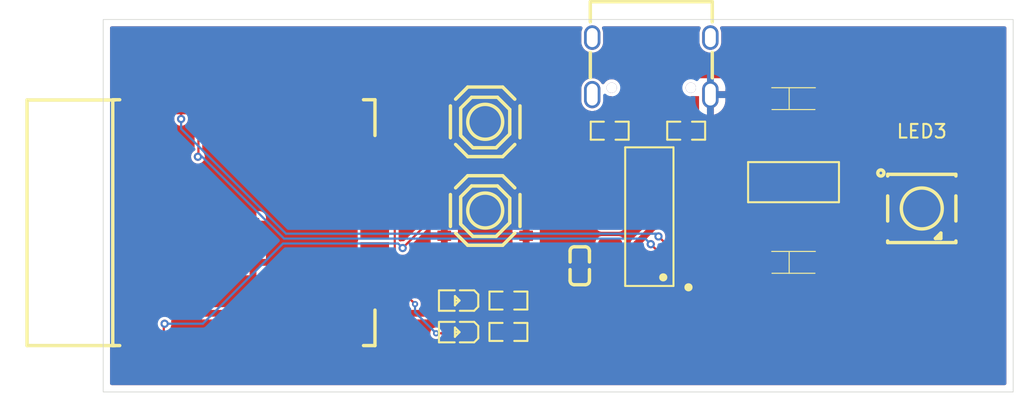
<source format=kicad_pcb>
(kicad_pcb (version 20240108) (generator "pcbnew") (generator_version "8.0")
  (layers (0 "F.Cu" signal) (31 "B.Cu" signal) (34 "B.Paste" user) (35 "F.Paste" user) (36 "B.SilkS" user "B.Silkscreen") (37 "F.SilkS" user "F.Silkscreen") (38 "B.Mask" user) (39 "F.Mask" user) (44 "Edge.Cuts" user))
  (net 0 "")
  (net 1 "/3V3")
  (net 2 "GND")
  (net 3 "/5V")
  (net 4 "Net-(LED1-K)")
  (net 5 "/ESP_LED")
  (net 6 "Net-(LED2-K)")
  (net 7 "Net-(USBC1-CC2)")
  (net 8 "Net-(USBC1-CC1)")
  (net 9 "/ESP_TXD")
  (net 10 "/USB_P")
  (net 11 "/ESP_RXD")
  (net 20 "/USB_N")
  (net 46 "/ESP_EN")
  (net 48 "/ESP_PROG")
  (footprint "easyeda2kicad:SOT-223-3_L6.5-W3.4-P2.30-LS7.0-BR" (layer "F.Cu") (at 132.388 60.463 90)
    (property "Reference" "U2" (hide yes))
    (property "Value" "AMS1117-3.3" (hide yes))
    (fp_line (start 1.37 -3.33) (end 1.37 3.33) (stroke (width 0.15)) (layer "F.SilkS"))
    (fp_line (start -1.57 -3.33) (end 1.37 -3.33) (stroke (width 0.15)) (layer "F.SilkS"))
    (fp_line (start 1.37 3.33) (end -1.57 3.33) (stroke (width 0.15)) (layer "F.SilkS"))
    (fp_line (start -1.57 3.33) (end -1.57 -3.33) (stroke (width 0.15)) (layer "F.SilkS"))
    (pad "1" smd rect (at 2.97 2.3 90) (size 2.5 1.1) (layers "F.Cu" "F.Paste" "F.Mask") (net 2 "GND"))
    (pad "2" smd rect (at 2.97 0 90) (size 2.5 1.1) (layers "F.Cu" "F.Paste" "F.Mask") (net 1 "/3V3"))
    (pad "3" smd rect (at 2.97 -2.3 90) (size 2.5 1.1) (layers "F.Cu" "F.Paste" "F.Mask") (net 3 "/5V"))
    (pad "4" smd rect (at -2.97 0 90) (size 2.34 3.6) (layers "F.Cu" "F.Paste" "F.Mask") (net 1 "/3V3"))
  )
  (footprint "easyeda2kicad:USB-C_SMD-TYPE-C-31-M-12" (layer "F.Cu") (at 121.962 52.4365 180)
    (property "Reference" "USBC1" (hide yes))
    (property "Value" "TYPE-C-31-M-12" (hide yes))
    (fp_line (start 4.47 5.1) (end 4.47 3.62) (stroke (width 0.25)) (layer "F.SilkS"))
    (fp_line (start 4.47 5.1) (end -4.47 5.1) (stroke (width 0.25)) (layer "F.SilkS"))
    (fp_line (start 4.47 1.38) (end 4.47 -0.48) (stroke (width 0.25)) (layer "F.SilkS"))
    (fp_line (start -4.47 5.1) (end -4.47 3.62) (stroke (width 0.25)) (layer "F.SilkS"))
    (fp_line (start -4.47 1.38) (end -4.47 -0.48) (stroke (width 0.25)) (layer "F.SilkS"))
    (pad "" thru_hole circle (at -2.9 -1.21 180) (size 0.75 0.75) (drill 0.75) (layers "*.Cu" "*.Mask"))
    (pad "" thru_hole circle (at 2.9 -1.21 180) (size 0.75 0.75) (drill 0.75) (layers "*.Cu" "*.Mask"))
    (pad "0" thru_hole oval (at -4.33 -1.71 180) (size 1.2 2) (drill oval 0.799998 1.600022) (layers "*.Cu" "*.Mask") (net 2 "GND"))
    (pad "1" thru_hole oval (at 4.33 -1.71 180) (size 1.2 2) (drill oval 0.799998 1.599971) (layers "*.Cu" "*.Mask"))
    (pad "2" thru_hole oval (at 4.33 2.47 180) (size 1.2 1.8) (drill oval 0.799998 1.399997) (layers "*.Cu" "*.Mask"))
    (pad "3" thru_hole oval (at -4.33 2.47 180) (size 1.2 1.8) (drill oval 0.799998 1.399997) (layers "*.Cu" "*.Mask"))
    (pad "A1" smd rect (at -3.35 -2.47 180) (size 0.3 1.3) (layers "F.Cu" "F.Paste" "F.Mask") (net 2 "GND"))
    (pad "A4" smd rect (at -2.55 -2.47 180) (size 0.3 1.3) (layers "F.Cu" "F.Paste" "F.Mask") (net 3 "/5V"))
    (pad "A5" smd rect (at -1.25 -2.47 180) (size 0.3 1.3) (layers "F.Cu" "F.Paste" "F.Mask") (net 8 "Net-(USBC1-CC1)"))
    (pad "A6" smd rect (at -0.25 -2.47 180) (size 0.3 1.3) (layers "F.Cu" "F.Paste" "F.Mask") (net 10 "/USB_P"))
    (pad "A7" smd rect (at 0.25 -2.47 180) (size 0.3 1.3) (layers "F.Cu" "F.Paste" "F.Mask") (net 20 "/USB_N"))
    (pad "A8" smd rect (at 1.25 -2.47 180) (size 0.3 1.3) (layers "F.Cu" "F.Paste" "F.Mask"))
    (pad "A9" smd rect (at 2.55 -2.47 180) (size 0.3 1.3) (layers "F.Cu" "F.Paste" "F.Mask") (net 3 "/5V"))
    (pad "A12" smd rect (at 3.35 -2.47 180) (size 0.3 1.3) (layers "F.Cu" "F.Paste" "F.Mask") (net 2 "GND"))
    (pad "B1" smd rect (at 3.05 -2.47 180) (size 0.3 1.3) (layers "F.Cu" "F.Paste" "F.Mask") (net 2 "GND"))
    (pad "B4" smd rect (at 2.25 -2.47 180) (size 0.3 1.3) (layers "F.Cu" "F.Paste" "F.Mask") (net 3 "/5V"))
    (pad "B5" smd rect (at 1.75 -2.47 180) (size 0.3 1.3) (layers "F.Cu" "F.Paste" "F.Mask") (net 7 "Net-(USBC1-CC2)"))
    (pad "B6" smd rect (at 0.75 -2.47 180) (size 0.3 1.3) (layers "F.Cu" "F.Paste" "F.Mask") (net 10 "/USB_P"))
    (pad "B7" smd rect (at -0.75 -2.47 180) (size 0.3 1.3) (layers "F.Cu" "F.Paste" "F.Mask") (net 20 "/USB_N"))
    (pad "B8" smd rect (at -1.75 -2.47 180) (size 0.3 1.3) (layers "F.Cu" "F.Paste" "F.Mask"))
    (pad "B9" smd rect (at -2.25 -2.47 180) (size 0.3 1.3) (layers "F.Cu" "F.Paste" "F.Mask") (net 3 "/5V"))
    (pad "B12" smd rect (at -3.05 -2.47 180) (size 0.3 1.3) (layers "F.Cu" "F.Paste" "F.Mask") (net 2 "GND"))
  )
  (footprint "easyeda2kicad:C0603" (layer "F.Cu") (at 116.718 66.691 -90)
    (property "Reference" "C1" (hide yes))
    (property "Value" "0.1u" (hide yes))
    (fp_line (start -0.28 0.71) (end -1.08 0.71) (stroke (width 0.25)) (layer "F.SilkS"))
    (fp_line (start 0.28 0.71) (end 1.08 0.71) (stroke (width 0.25)) (layer "F.SilkS"))
    (fp_line (start -1.39 0.4) (end -1.39 -0.4) (stroke (width 0.25)) (layer "F.SilkS"))
    (fp_line (start 1.39 -0.4) (end 1.39 0.4) (stroke (width 0.25)) (layer "F.SilkS"))
    (fp_line (start -0.28 -0.71) (end -1.08 -0.71) (stroke (width 0.25)) (layer "F.SilkS"))
    (fp_line (start 0.28 -0.71) (end 1.08 -0.71) (stroke (width 0.25)) (layer "F.SilkS"))
    (fp_arc (start -1.08 0.71) (mid -1.299203 0.619203) (end -1.39 0.4) (stroke (width 0.25)) (layer "F.SilkS"))
    (fp_arc (start 1.39 0.4) (mid 1.299203 0.619203) (end 1.08 0.71) (stroke (width 0.25)) (layer "F.SilkS"))
    (fp_arc (start -1.39 -0.4) (mid -1.299203 -0.619203) (end -1.08 -0.71) (stroke (width 0.25)) (layer "F.SilkS"))
    (fp_arc (start 1.08 -0.71) (mid 1.299203 -0.619203) (end 1.39 -0.4) (stroke (width 0.25)) (layer "F.SilkS"))
    (pad "1" smd rect (at -0.7 0 270) (size 0.8 0.9) (layers "F.Cu" "F.Paste" "F.Mask") (net 2 "GND"))
    (pad "2" smd rect (at 0.7 0 270) (size 0.8 0.9) (layers "F.Cu" "F.Paste" "F.Mask") (net 1 "/3V3"))
  )
  (footprint "easyeda2kicad:WIFI-SMD_ESP32-WROOM-32E" (layer "F.Cu") (at 92.688 63.541)
    (property "Reference" "U3" (hide yes))
    (property "Value" "ESP32-WROOM-32E(8MB)" (hide yes))
    (fp_line (start -16.48 -9) (end -16.48 9) (stroke (width 0.25)) (layer "F.SilkS"))
    (fp_line (start -16.48 -9) (end -10.02 -9) (stroke (width 0.25)) (layer "F.SilkS"))
    (fp_line (start -16.48 9) (end -10.03 9) (stroke (width 0.25)) (layer "F.SilkS"))
    (fp_line (start -10.2 -9) (end -10.2 9) (stroke (width 0.25)) (layer "F.SilkS"))
    (fp_line (start -10.2 9) (end -9.69 9) (stroke (width 0.25)) (layer "F.SilkS"))
    (fp_line (start -9.69 -9.02) (end -10.2 -9.02) (stroke (width 0.25)) (layer "F.SilkS"))
    (fp_line (start 8.18 9) (end 9.02 9) (stroke (width 0.25)) (layer "F.SilkS"))
    (fp_line (start 9.02 -9.02) (end 8.18 -9.02) (stroke (width 0.25)) (layer "F.SilkS"))
    (fp_line (start 9.02 -6.4) (end 9.02 -9.02) (stroke (width 0.25)) (layer "F.SilkS"))
    (fp_line (start 9.02 9) (end 9.02 6.4) (stroke (width 0.25)) (layer "F.SilkS"))
    (pad "1" smd rect (at -9 9) (size 0.95 2.1) (layers "F.Cu" "F.Paste" "F.Mask") (net 2 "GND"))
    (pad "2" smd rect (at -7.73 9) (size 0.95 2.1) (layers "F.Cu" "F.Paste" "F.Mask") (net 1 "/3V3"))
    (pad "3" smd rect (at -6.46 9) (size 0.95 2.1) (layers "F.Cu" "F.Paste" "F.Mask") (net 46 "/ESP_EN"))
    (pad "4" smd rect (at -5.19 9) (size 0.95 2.1) (layers "F.Cu" "F.Paste" "F.Mask"))
    (pad "5" smd rect (at -3.92 9) (size 0.95 2.1) (layers "F.Cu" "F.Paste" "F.Mask"))
    (pad "6" smd rect (at -2.65 9) (size 0.95 2.1) (layers "F.Cu" "F.Paste" "F.Mask"))
    (pad "7" smd rect (at -1.38 9) (size 0.95 2.1) (layers "F.Cu" "F.Paste" "F.Mask"))
    (pad "8" smd rect (at -0.11 9) (size 0.95 2.1) (layers "F.Cu" "F.Paste" "F.Mask"))
    (pad "9" smd rect (at 1.16 9) (size 0.95 2.1) (layers "F.Cu" "F.Paste" "F.Mask"))
    (pad "10" smd rect (at 2.43 9) (size 0.95 2.1) (layers "F.Cu" "F.Paste" "F.Mask"))
    (pad "11" smd rect (at 3.7 9) (size 0.95 2.1) (layers "F.Cu" "F.Paste" "F.Mask"))
    (pad "12" smd rect (at 4.97 9) (size 0.95 2.1) (layers "F.Cu" "F.Paste" "F.Mask"))
    (pad "13" smd rect (at 6.24 9) (size 0.95 2.1) (layers "F.Cu" "F.Paste" "F.Mask"))
    (pad "14" smd rect (at 7.51 9) (size 0.95 2.1) (layers "F.Cu" "F.Paste" "F.Mask"))
    (pad "15" smd rect (at 9 5.71) (size 2.1 0.95) (layers "F.Cu" "F.Paste" "F.Mask") (net 2 "GND"))
    (pad "16" smd rect (at 9 4.44) (size 2.1 0.95) (layers "F.Cu" "F.Paste" "F.Mask"))
    (pad "17" smd rect (at 9 3.17) (size 2.1 0.95) (layers "F.Cu" "F.Paste" "F.Mask"))
    (pad "18" smd rect (at 9 1.9) (size 2.1 0.95) (layers "F.Cu" "F.Paste" "F.Mask"))
    (pad "19" smd rect (at 9 0.63) (size 2.1 0.95) (layers "F.Cu" "F.Paste" "F.Mask"))
    (pad "20" smd rect (at 9 -0.64) (size 2.1 0.95) (layers "F.Cu" "F.Paste" "F.Mask"))
    (pad "21" smd rect (at 9 -1.91) (size 2.1 0.95) (layers "F.Cu" "F.Paste" "F.Mask"))
    (pad "22" smd rect (at 9 -3.18) (size 2.1 0.95) (layers "F.Cu" "F.Paste" "F.Mask"))
    (pad "23" smd rect (at 9 -4.45) (size 2.1 0.95) (layers "F.Cu" "F.Paste" "F.Mask"))
    (pad "24" smd rect (at 9 -5.72) (size 2.1 0.95) (layers "F.Cu" "F.Paste" "F.Mask") (net 5 "/ESP_LED"))
    (pad "25" smd rect (at 7.51 -9) (size 0.95 2.1) (layers "F.Cu" "F.Paste" "F.Mask") (net 48 "/ESP_PROG"))
    (pad "26" smd rect (at 6.24 -9) (size 0.95 2.1) (layers "F.Cu" "F.Paste" "F.Mask"))
    (pad "27" smd rect (at 4.97 -9) (size 0.95 2.1) (layers "F.Cu" "F.Paste" "F.Mask"))
    (pad "28" smd rect (at 3.7 -9) (size 0.95 2.1) (layers "F.Cu" "F.Paste" "F.Mask"))
    (pad "29" smd rect (at 2.43 -9) (size 0.95 2.1) (layers "F.Cu" "F.Paste" "F.Mask"))
    (pad "30" smd rect (at 1.16 -9) (size 0.95 2.1) (layers "F.Cu" "F.Paste" "F.Mask"))
    (pad "31" smd rect (at -0.11 -9) (size 0.95 2.1) (layers "F.Cu" "F.Paste" "F.Mask"))
    (pad "32" smd rect (at -1.38 -9) (size 0.95 2.1) (layers "F.Cu" "F.Paste" "F.Mask"))
    (pad "33" smd rect (at -2.65 -9) (size 0.95 2.1) (layers "F.Cu" "F.Paste" "F.Mask"))
    (pad "34" smd rect (at -3.92 -9) (size 0.95 2.1) (layers "F.Cu" "F.Paste" "F.Mask") (net 11 "/ESP_RXD"))
    (pad "35" smd rect (at -5.19 -9) (size 0.95 2.1) (layers "F.Cu" "F.Paste" "F.Mask") (net 9 "/ESP_TXD"))
    (pad "36" smd rect (at -6.46 -9) (size 0.95 2.1) (layers "F.Cu" "F.Paste" "F.Mask"))
    (pad "37" smd rect (at -7.73 -9) (size 0.95 2.1) (layers "F.Cu" "F.Paste" "F.Mask"))
    (pad "38" smd rect (at -9 -9) (size 0.95 2.1) (layers "F.Cu" "F.Paste" "F.Mask") (net 2 "GND"))
    (pad "39" smd rect (at -2.72 0.1 180) (size 0.9 0.9) (layers "F.Cu" "F.Paste" "F.Mask") (net 2 "GND"))
    (pad "39" smd rect (at -2.72 1.5 180) (size 0.9 0.9) (layers "F.Cu" "F.Paste" "F.Mask") (net 2 "GND"))
    (pad "39" smd rect (at -2.72 2.9 180) (size 0.9 0.9) (layers "F.Cu" "F.Paste" "F.Mask") (net 2 "GND"))
    (pad "39" smd rect (at -1.32 0.1 180) (size 0.9 0.9) (layers "F.Cu" "F.Paste" "F.Mask") (net 2 "GND"))
    (pad "39" smd rect (at -1.32 1.5 180) (size 0.9 0.9) (layers "F.Cu" "F.Paste" "F.Mask") (net 2 "GND"))
    (pad "39" smd rect (at -1.32 2.9 180) (size 0.9 0.9) (layers "F.Cu" "F.Paste" "F.Mask") (net 2 "GND"))
    (pad "39" smd rect (at 0.08 0.1 180) (size 0.9 0.9) (layers "F.Cu" "F.Paste" "F.Mask") (net 2 "GND"))
    (pad "39" smd rect (at 0.08 1.5 180) (size 0.9 0.9) (layers "F.Cu" "F.Paste" "F.Mask") (net 2 "GND"))
    (pad "39" smd rect (at 0.08 2.9 180) (size 0.9 0.9) (layers "F.Cu" "F.Paste" "F.Mask") (net 2 "GND"))
  )
  (footprint "easyeda2kicad:CASE-A_3216" (layer "F.Cu") (at 132.388 66.441)
    (property "Reference" "C3" (hide yes))
    (property "Value" "22u (Tantalum)" (hide yes))
    (fp_line (start -1.6 -0.8) (end 1.6 -0.8) (stroke (width 0.08)) (layer "F.SilkS"))
    (fp_line (start -1.58 0.8) (end 1.57 0.8) (stroke (width 0.08)) (layer "F.SilkS"))
    (fp_line (start -0.32 0.8) (end -0.32 -0.8) (stroke (width 0.08)) (layer "F.SilkS"))
    (pad "1" smd rect (at -1.2 0) (size 1.5 1.36) (layers "F.Cu" "F.Paste" "F.Mask") (net 1 "/3V3"))
    (pad "2" smd rect (at 1.2 0) (size 1.5 1.36) (layers "F.Cu" "F.Paste" "F.Mask") (net 2 "GND"))
  )
  (footprint "easyeda2kicad:R0603" (layer "F.Cu") (at 111.488 71.541 180)
    (property "Reference" "R3" (hide yes))
    (property "Value" "100" (hide yes))
    (fp_line (start 1.39 0.66) (end 1.39 -0.66) (stroke (width 0.15)) (layer "F.SilkS"))
    (fp_line (start 1.39 -0.66) (end 0.43 -0.66) (stroke (width 0.15)) (layer "F.SilkS"))
    (fp_line (start 0.43 0.66) (end 1.39 0.66) (stroke (width 0.15)) (layer "F.SilkS"))
    (fp_line (start -0.43 0.66) (end -1.39 0.66) (stroke (width 0.15)) (layer "F.SilkS"))
    (fp_line (start -1.39 0.66) (end -1.39 -0.66) (stroke (width 0.15)) (layer "F.SilkS"))
    (fp_line (start -1.39 -0.66) (end -0.43 -0.66) (stroke (width 0.15)) (layer "F.SilkS"))
    (pad "1" smd rect (at -0.75 0 180) (size 0.81 0.86) (layers "F.Cu" "F.Paste" "F.Mask") (net 2 "GND"))
    (pad "2" smd rect (at 0.75 0 180) (size 0.81 0.86) (layers "F.Cu" "F.Paste" "F.Mask") (net 4 "Net-(LED1-K)"))
  )
  (footprint "easyeda2kicad:SOP-16_L10.0-W3.9-P1.27-LS6.0-BL" (layer "F.Cu") (at 121.818 63.091 90)
    (property "Reference" "U1" (hide yes))
    (property "Value" "CH340C_C7464026" (hide yes))
    (fp_line (start 5.08 -1.77) (end 5.08 1.77) (stroke (width 0.15)) (layer "F.SilkS"))
    (fp_line (start -5.08 -1.77) (end 5.08 -1.77) (stroke (width 0.15)) (layer "F.SilkS"))
    (fp_line (start 5.08 1.77) (end -5.08 1.77) (stroke (width 0.15)) (layer "F.SilkS"))
    (fp_line (start -5.08 1.77) (end -5.08 -1.77) (stroke (width 0.15)) (layer "F.SilkS"))
    (fp_circle (center -4.45 1.02) (end -4.3 1.02) (stroke (width 0.3)) (fill none) (layer "F.SilkS"))
    (fp_circle (center -5.18 2.87) (end -5.03 2.87) (stroke (width 0.3)) (fill none) (layer "F.SilkS"))
    (pad "1" smd oval (at -4.45 2.87 90) (size 0.56 1.75) (layers "F.Cu" "F.Paste" "F.Mask") (net 2 "GND"))
    (pad "2" smd oval (at -3.18 2.87 90) (size 0.56 1.75) (layers "F.Cu" "F.Paste" "F.Mask") (net 11 "/ESP_RXD"))
    (pad "3" smd oval (at -1.91 2.87 90) (size 0.56 1.75) (layers "F.Cu" "F.Paste" "F.Mask") (net 9 "/ESP_TXD"))
    (pad "4" smd oval (at -0.63 2.87 90) (size 0.56 1.75) (layers "F.Cu" "F.Paste" "F.Mask") (net 1 "/3V3"))
    (pad "5" smd oval (at 0.63 2.87 90) (size 0.56 1.75) (layers "F.Cu" "F.Paste" "F.Mask") (net 10 "/USB_P"))
    (pad "6" smd oval (at 1.9 2.87 90) (size 0.56 1.75) (layers "F.Cu" "F.Paste" "F.Mask") (net 20 "/USB_N"))
    (pad "7" smd oval (at 3.17 2.87 90) (size 0.56 1.75) (layers "F.Cu" "F.Paste" "F.Mask"))
    (pad "8" smd oval (at 4.44 2.87 90) (size 0.56 1.75) (layers "F.Cu" "F.Paste" "F.Mask"))
    (pad "9" smd oval (at 4.44 -2.87 90) (size 0.56 1.75) (layers "F.Cu" "F.Paste" "F.Mask"))
    (pad "10" smd oval (at 3.17 -2.87 90) (size 0.56 1.75) (layers "F.Cu" "F.Paste" "F.Mask"))
    (pad "11" smd oval (at 1.9 -2.87 90) (size 0.56 1.75) (layers "F.Cu" "F.Paste" "F.Mask"))
    (pad "12" smd oval (at 0.63 -2.87 90) (size 0.56 1.75) (layers "F.Cu" "F.Paste" "F.Mask"))
    (pad "13" smd oval (at -0.63 -2.87 90) (size 0.56 1.75) (layers "F.Cu" "F.Paste" "F.Mask"))
    (pad "14" smd oval (at -1.91 -2.87 90) (size 0.56 1.75) (layers "F.Cu" "F.Paste" "F.Mask"))
    (pad "15" smd oval (at -3.18 -2.87 90) (size 0.56 1.75) (layers "F.Cu" "F.Paste" "F.Mask"))
    (pad "16" smd oval (at -4.45 -2.87 90) (size 0.56 1.75) (layers "F.Cu" "F.Paste" "F.Mask") (net 1 "/3V3"))
  )
  (footprint "easyeda2kicad:R0603" (layer "F.Cu") (at 118.914 56.791)
    (property "Reference" "R1" (hide yes))
    (property "Value" "5k1" (hide yes))
    (fp_line (start -1.39 -0.66) (end -0.43 -0.66) (stroke (width 0.15)) (layer "F.SilkS"))
    (fp_line (start -1.39 0.66) (end -1.39 -0.66) (stroke (width 0.15)) (layer "F.SilkS"))
    (fp_line (start -0.43 0.66) (end -1.39 0.66) (stroke (width 0.15)) (layer "F.SilkS"))
    (fp_line (start 0.43 0.66) (end 1.39 0.66) (stroke (width 0.15)) (layer "F.SilkS"))
    (fp_line (start 1.39 -0.66) (end 0.43 -0.66) (stroke (width 0.15)) (layer "F.SilkS"))
    (fp_line (start 1.39 0.66) (end 1.39 -0.66) (stroke (width 0.15)) (layer "F.SilkS"))
    (pad "1" smd rect (at -0.75 0) (size 0.81 0.86) (layers "F.Cu" "F.Paste" "F.Mask") (net 2 "GND"))
    (pad "2" smd rect (at 0.75 0) (size 0.81 0.86) (layers "F.Cu" "F.Paste" "F.Mask") (net 7 "Net-(USBC1-CC2)"))
  )
  (footprint "easyeda2kicad:SW-SMD_4P-L5.1-W5.1-P3.70-LS6.5-TL_H1.5" (layer "F.Cu") (at 109.788 62.641)
    (property "Reference" "SW2" (hide yes))
    (property "Value" "TS-1187A-B-A-B" (hide yes))
    (fp_line (start -2.55 -1.17) (end -2.55 1.17) (stroke (width 0.25)) (layer "F.SilkS"))
    (fp_line (start -2.17 1.66) (end -1.28 2.55) (stroke (width 0.25)) (layer "F.SilkS"))
    (fp_line (start -1.8 -1) (end -1 -1.8) (stroke (width 0.25)) (layer "F.SilkS"))
    (fp_line (start -1.8 1) (end -1.8 -1) (stroke (width 0.25)) (layer "F.SilkS"))
    (fp_line (start -1.28 -2.55) (end -2.17 -1.66) (stroke (width 0.25)) (layer "F.SilkS"))
    (fp_line (start -1.28 -2.55) (end 1.28 -2.55) (stroke (width 0.25)) (layer "F.SilkS"))
    (fp_line (start -1.28 2.55) (end 1.28 2.55) (stroke (width 0.25)) (layer "F.SilkS"))
    (fp_line (start -1 -1.8) (end 0.9 -1.8) (stroke (width 0.25)) (layer "F.SilkS"))
    (fp_line (start -0.9 1.9) (end -1.8 1) (stroke (width 0.25)) (layer "F.SilkS"))
    (fp_line (start 0.8 1.9) (end -0.9 1.9) (stroke (width 0.25)) (layer "F.SilkS"))
    (fp_line (start 0.9 -1.8) (end 1.8 -0.9) (stroke (width 0.25)) (layer "F.SilkS"))
    (fp_line (start 1.28 -2.55) (end 2.17 -1.66) (stroke (width 0.25)) (layer "F.SilkS"))
    (fp_line (start 1.8 -0.9) (end 1.8 0.9) (stroke (width 0.25)) (layer "F.SilkS"))
    (fp_line (start 1.8 0.9) (end 0.8 1.9) (stroke (width 0.25)) (layer "F.SilkS"))
    (fp_line (start 2.17 1.66) (end 1.28 2.55) (stroke (width 0.25)) (layer "F.SilkS"))
    (fp_line (start 2.55 -1.17) (end 2.55 1.17) (stroke (width 0.25)) (layer "F.SilkS"))
    (fp_circle (center 0 0) (end 1.28 0) (stroke (width 0.25)) (fill none) (layer "F.SilkS"))
    (pad "1" smd rect (at -3 -1.85) (size 1 0.75) (layers "F.Cu" "F.Paste" "F.Mask") (net 46 "/ESP_EN"))
    (pad "2" smd rect (at 3 -1.85) (size 1 0.75) (layers "F.Cu" "F.Paste" "F.Mask") (net 46 "/ESP_EN"))
    (pad "3" smd rect (at -3 1.85) (size 1 0.75) (layers "F.Cu" "F.Paste" "F.Mask") (net 2 "GND"))
    (pad "4" smd rect (at 3 1.85) (size 1 0.75) (layers "F.Cu" "F.Paste" "F.Mask") (net 2 "GND"))
  )
  (footprint "easyeda2kicad:R0603" (layer "F.Cu") (at 124.518 56.791 180)
    (property "Reference" "R2" (hide yes))
    (property "Value" "5k1" (hide yes))
    (fp_line (start 1.39 0.66) (end 1.39 -0.66) (stroke (width 0.15)) (layer "F.SilkS"))
    (fp_line (start 1.39 -0.66) (end 0.43 -0.66) (stroke (width 0.15)) (layer "F.SilkS"))
    (fp_line (start 0.43 0.66) (end 1.39 0.66) (stroke (width 0.15)) (layer "F.SilkS"))
    (fp_line (start -0.43 0.66) (end -1.39 0.66) (stroke (width 0.15)) (layer "F.SilkS"))
    (fp_line (start -1.39 0.66) (end -1.39 -0.66) (stroke (width 0.15)) (layer "F.SilkS"))
    (fp_line (start -1.39 -0.66) (end -0.43 -0.66) (stroke (width 0.15)) (layer "F.SilkS"))
    (pad "1" smd rect (at -0.75 0 180) (size 0.81 0.86) (layers "F.Cu" "F.Paste" "F.Mask") (net 2 "GND"))
    (pad "2" smd rect (at 0.75 0 180) (size 0.81 0.86) (layers "F.Cu" "F.Paste" "F.Mask") (net 8 "Net-(USBC1-CC1)"))
  )
  (footprint "easyeda2kicad:CASE-A_3216" (layer "F.Cu") (at 132.388 54.441)
    (property "Reference" "C2" (hide yes))
    (property "Value" "22u (Tantalum)" (hide yes))
    (fp_line (start -1.6 -0.8) (end 1.6 -0.8) (stroke (width 0.08)) (layer "F.SilkS"))
    (fp_line (start -1.58 0.8) (end 1.57 0.8) (stroke (width 0.08)) (layer "F.SilkS"))
    (fp_line (start -0.32 0.8) (end -0.32 -0.8) (stroke (width 0.08)) (layer "F.SilkS"))
    (pad "1" smd rect (at -1.2 0) (size 1.5 1.36) (layers "F.Cu" "F.Paste" "F.Mask") (net 3 "/5V"))
    (pad "2" smd rect (at 1.2 0) (size 1.5 1.36) (layers "F.Cu" "F.Paste" "F.Mask") (net 2 "GND"))
  )
  (footprint "easyeda2kicad:LED0603-RD" (layer "F.Cu") (at 107.788 69.241 180)
    (property "Reference" "LED2" (hide yes))
    (property "Value" "KT-0603R" (hide yes))
    (fp_line (start 1.39 -0.75) (end 1.39 0.73) (stroke (width 0.15)) (layer "F.SilkS"))
    (fp_line (start 0.24 0.75) (end 1.39 0.75) (stroke (width 0.15)) (layer "F.SilkS"))
    (fp_line (start 0.24 -0.75) (end 1.39 -0.75) (stroke (width 0.15)) (layer "F.SilkS"))
    (fp_line (start 0.22 0.33) (end 0.21 0.33) (stroke (width 0.15)) (layer "F.SilkS"))
    (fp_line (start 0.22 0) (end -0.12 0) (stroke (width 0.15)) (layer "F.SilkS"))
    (fp_line (start 0.22 -0.34) (end -0.12 0) (stroke (width 0.15)) (layer "F.SilkS"))
    (fp_line (start 0.22 -0.35) (end 0.22 0.33) (stroke (width 0.15)) (layer "F.SilkS"))
    (fp_line (start 0.22 -0.35) (end 0.22 -0.34) (stroke (width 0.15)) (layer "F.SilkS"))
    (fp_line (start 0.21 0.33) (end -0.12 0) (stroke (width 0.15)) (layer "F.SilkS"))
    (fp_line (start -0.14 0.75) (end -1.19 0.75) (stroke (width 0.15)) (layer "F.SilkS"))
    (fp_line (start -0.14 -0.75) (end -1.19 -0.75) (stroke (width 0.15)) (layer "F.SilkS"))
    (fp_line (start -1.49 0.45) (end -1.19 0.75) (stroke (width 0.15)) (layer "F.SilkS"))
    (fp_line (start -1.49 0.35) (end -1.49 0.45) (stroke (width 0.15)) (layer "F.SilkS"))
    (fp_line (start -1.49 -0.35) (end -1.49 0.35) (stroke (width 0.15)) (layer "F.SilkS"))
    (fp_line (start -1.49 -0.35) (end -1.49 -0.45) (stroke (width 0.15)) (layer "F.SilkS"))
    (fp_line (start -1.49 -0.45) (end -1.19 -0.75) (stroke (width 0.15)) (layer "F.SilkS"))
    (pad "1" smd rect (at -0.8 0 270) (size 0.8 0.8) (layers "F.Cu" "F.Paste" "F.Mask") (net 6 "Net-(LED2-K)"))
    (pad "2" smd rect (at 0.8 0 270) (size 0.8 0.8) (layers "F.Cu" "F.Paste" "F.Mask") (net 1 "/3V3"))
  )
  (footprint "easyeda2kicad:R0603" (layer "F.Cu") (at 111.488 69.241 180)
    (property "Reference" "R7" (hide yes))
    (property "Value" "100" (hide yes))
    (fp_line (start 1.39 0.66) (end 1.39 -0.66) (stroke (width 0.15)) (layer "F.SilkS"))
    (fp_line (start 1.39 -0.66) (end 0.43 -0.66) (stroke (width 0.15)) (layer "F.SilkS"))
    (fp_line (start 0.43 0.66) (end 1.39 0.66) (stroke (width 0.15)) (layer "F.SilkS"))
    (fp_line (start -0.43 0.66) (end -1.39 0.66) (stroke (width 0.15)) (layer "F.SilkS"))
    (fp_line (start -1.39 0.66) (end -1.39 -0.66) (stroke (width 0.15)) (layer "F.SilkS"))
    (fp_line (start -1.39 -0.66) (end -0.43 -0.66) (stroke (width 0.15)) (layer "F.SilkS"))
    (pad "1" smd rect (at -0.75 0 180) (size 0.81 0.86) (layers "F.Cu" "F.Paste" "F.Mask") (net 2 "GND"))
    (pad "2" smd rect (at 0.75 0 180) (size 0.81 0.86) (layers "F.Cu" "F.Paste" "F.Mask") (net 6 "Net-(LED2-K)"))
  )
  (footprint "easyeda2kicad:LED-SMD_4P-L5.0-W5.0-BL_TC5050RGB" (layer "F.Cu") (at 141.788 62.491)
    (property "Reference" "LED3" (at 0 -5.65 0) (layer "F.SilkS"))
    (property "Value" "WS2812B-B")
    (fp_line (start -2.5 -2.5) (end -2.5 -2.38) (stroke (width 0.25)) (layer "F.SilkS"))
    (fp_line (start -2.5 -2.5) (end 2.5 -2.5) (stroke (width 0.25)) (layer "F.SilkS"))
    (fp_line (start -2.5 -0.92) (end -2.5 0.92) (stroke (width 0.25)) (layer "F.SilkS"))
    (fp_line (start -2.5 2.38) (end -2.5 2.5) (stroke (width 0.25)) (layer "F.SilkS"))
    (fp_line (start -2.5 2.5) (end 2.5 2.5) (stroke (width 0.25)) (layer "F.SilkS"))
    (fp_line (start 1 2.2) (end 1.4 1.8) (stroke (width 0.25)) (layer "F.SilkS"))
    (fp_line (start 1.4 1.8) (end 1.4 2.2) (stroke (width 0.25)) (layer "F.SilkS"))
    (fp_line (start 1.4 2.2) (end 1 2.2) (stroke (width 0.25)) (layer "F.SilkS"))
    (fp_line (start 2.5 -2.5) (end 2.5 -2.38) (stroke (width 0.25)) (layer "F.SilkS"))
    (fp_line (start 2.5 -0.92) (end 2.5 0.92) (stroke (width 0.25)) (layer "F.SilkS"))
    (fp_line (start 2.5 2.38) (end 2.5 2.5) (stroke (width 0.25)) (layer "F.SilkS"))
    (fp_circle (center -3 -2.6) (end -2.9 -2.6) (stroke (width 0.25)) (fill none) (layer "F.SilkS"))
    (fp_circle (center 0 0) (end 1.5 0) (stroke (width 0.25)) (fill none) (layer "F.SilkS"))
    (pad "1" smd rect (at -2.5 -1.65) (size 1.5 1) (layers "F.Cu" "F.Paste" "F.Mask"))
    (pad "2" smd rect (at -2.5 1.65) (size 1.5 1) (layers "F.Cu" "F.Paste" "F.Mask"))
    (pad "3" smd rect (at 2.5 1.65) (size 1.5 1) (layers "F.Cu" "F.Paste" "F.Mask"))
    (pad "4" smd rect (at 2.5 -1.65) (size 1.5 1) (layers "F.Cu" "F.Paste" "F.Mask"))
  )
  (footprint "easyeda2kicad:SW-SMD_4P-L5.1-W5.1-P3.70-LS6.5-TL_H1.5" (layer "F.Cu") (at 109.788 56.141)
    (property "Reference" "SW1" (hide yes))
    (property "Value" "TS-1187A-B-A-B" (hide yes))
    (fp_line (start -2.55 -1.17) (end -2.55 1.17) (stroke (width 0.25)) (layer "F.SilkS"))
    (fp_line (start -2.17 1.66) (end -1.28 2.55) (stroke (width 0.25)) (layer "F.SilkS"))
    (fp_line (start -1.8 -1) (end -1 -1.8) (stroke (width 0.25)) (layer "F.SilkS"))
    (fp_line (start -1.8 1) (end -1.8 -1) (stroke (width 0.25)) (layer "F.SilkS"))
    (fp_line (start -1.28 -2.55) (end -2.17 -1.66) (stroke (width 0.25)) (layer "F.SilkS"))
    (fp_line (start -1.28 -2.55) (end 1.28 -2.55) (stroke (width 0.25)) (layer "F.SilkS"))
    (fp_line (start -1.28 2.55) (end 1.28 2.55) (stroke (width 0.25)) (layer "F.SilkS"))
    (fp_line (start -1 -1.8) (end 0.9 -1.8) (stroke (width 0.25)) (layer "F.SilkS"))
    (fp_line (start -0.9 1.9) (end -1.8 1) (stroke (width 0.25)) (layer "F.SilkS"))
    (fp_line (start 0.8 1.9) (end -0.9 1.9) (stroke (width 0.25)) (layer "F.SilkS"))
    (fp_line (start 0.9 -1.8) (end 1.8 -0.9) (stroke (width 0.25)) (layer "F.SilkS"))
    (fp_line (start 1.28 -2.55) (end 2.17 -1.66) (stroke (width 0.25)) (layer "F.SilkS"))
    (fp_line (start 1.8 -0.9) (end 1.8 0.9) (stroke (width 0.25)) (layer "F.SilkS"))
    (fp_line (start 1.8 0.9) (end 0.8 1.9) (stroke (width 0.25)) (layer "F.SilkS"))
    (fp_line (start 2.17 1.66) (end 1.28 2.55) (stroke (width 0.25)) (layer "F.SilkS"))
    (fp_line (start 2.55 -1.17) (end 2.55 1.17) (stroke (width 0.25)) (layer "F.SilkS"))
    (fp_circle (center 0 0) (end 1.28 0) (stroke (width 0.25)) (fill none) (layer "F.SilkS"))
    (pad "1" smd rect (at -3 -1.85) (size 1 0.75) (layers "F.Cu" "F.Paste" "F.Mask") (net 48 "/ESP_PROG"))
    (pad "2" smd rect (at 3 -1.85) (size 1 0.75) (layers "F.Cu" "F.Paste" "F.Mask") (net 48 "/ESP_PROG"))
    (pad "3" smd rect (at -3 1.85) (size 1 0.75) (layers "F.Cu" "F.Paste" "F.Mask") (net 2 "GND"))
    (pad "4" smd rect (at 3 1.85) (size 1 0.75) (layers "F.Cu" "F.Paste" "F.Mask") (net 2 "GND"))
  )
  (footprint "easyeda2kicad:LED0603-RD" (layer "F.Cu") (at 107.788 71.554 180)
    (property "Reference" "LED1" (hide yes))
    (property "Value" "KT-0603R" (hide yes))
    (fp_line (start 1.39 -0.75) (end 1.39 0.73) (stroke (width 0.15)) (layer "F.SilkS"))
    (fp_line (start 0.24 0.75) (end 1.39 0.75) (stroke (width 0.15)) (layer "F.SilkS"))
    (fp_line (start 0.24 -0.75) (end 1.39 -0.75) (stroke (width 0.15)) (layer "F.SilkS"))
    (fp_line (start 0.22 0.33) (end 0.21 0.33) (stroke (width 0.15)) (layer "F.SilkS"))
    (fp_line (start 0.22 0) (end -0.12 0) (stroke (width 0.15)) (layer "F.SilkS"))
    (fp_line (start 0.22 -0.34) (end -0.12 0) (stroke (width 0.15)) (layer "F.SilkS"))
    (fp_line (start 0.22 -0.35) (end 0.22 0.33) (stroke (width 0.15)) (layer "F.SilkS"))
    (fp_line (start 0.22 -0.35) (end 0.22 -0.34) (stroke (width 0.15)) (layer "F.SilkS"))
    (fp_line (start 0.21 0.33) (end -0.12 0) (stroke (width 0.15)) (layer "F.SilkS"))
    (fp_line (start -0.14 0.75) (end -1.19 0.75) (stroke (width 0.15)) (layer "F.SilkS"))
    (fp_line (start -0.14 -0.75) (end -1.19 -0.75) (stroke (width 0.15)) (layer "F.SilkS"))
    (fp_line (start -1.49 0.45) (end -1.19 0.75) (stroke (width 0.15)) (layer "F.SilkS"))
    (fp_line (start -1.49 0.35) (end -1.49 0.45) (stroke (width 0.15)) (layer "F.SilkS"))
    (fp_line (start -1.49 -0.35) (end -1.49 0.35) (stroke (width 0.15)) (layer "F.SilkS"))
    (fp_line (start -1.49 -0.35) (end -1.49 -0.45) (stroke (width 0.15)) (layer "F.SilkS"))
    (fp_line (start -1.49 -0.45) (end -1.19 -0.75) (stroke (width 0.15)) (layer "F.SilkS"))
    (pad "1" smd rect (at -0.8 0 270) (size 0.8 0.8) (layers "F.Cu" "F.Paste" "F.Mask") (net 4 "Net-(LED1-K)"))
    (pad "2" smd rect (at 0.8 0 270) (size 0.8 0.8) (layers "F.Cu" "F.Paste" "F.Mask") (net 5 "/ESP_LED"))
  )
  (gr_rect (start 81.788 48.641) (end 148.488 75.941) (stroke (width 0.05)) (fill none) (layer "Edge.Cuts"))
  (segment (start 132.388 63.433) (end 132.388 60.341) (width 0.5) (layer "F.Cu") (net 1))
  (segment (start 120.888 65.080339) (end 120.888 66.641) (width 0.5) (layer "F.Cu") (net 1))
  (segment (start 119.988 67.541) (end 107.788 67.541) (width 0.5) (layer "F.Cu") (net 1))
  (segment (start 106.988 68.341) (end 106.988 69.241) (width 0.5) (layer "F.Cu") (net 1))
  (segment (start 131.888 60.341) (end 128.508 63.721) (width 0.5) (layer "F.Cu") (net 1))
  (segment (start 124.688 63.721) (end 122.247339 63.721) (width 0.5) (layer "F.Cu") (net 1))
  (segment (start 84.958 70.991) (end 84.958 72.541) (width 0.5) (layer "F.Cu") (net 1))
  (segment (start 132.388 60.341) (end 132.388 57.493) (width 0.5) (layer "F.Cu") (net 1))
  (segment (start 107.788 67.541) (end 106.988 68.341) (width 0.5) (layer "F.Cu") (net 1))
  (segment (start 118.948 67.541) (end 116.868 67.541) (width 0.3) (layer "F.Cu") (net 1))
  (segment (start 132.388 60.341) (end 131.888 60.341) (width 0.5) (layer "F.Cu") (net 1))
  (segment (start 106.053 70.176) (end 85.773 70.176) (width 0.5) (layer "F.Cu") (net 1))
  (segment (start 120.888 66.641) (end 119.988 67.541) (width 0.5) (layer "F.Cu") (net 1))
  (segment (start 119.988 67.541) (end 118.948 67.541) (width 0.5) (layer "F.Cu") (net 1))
  (segment (start 122.247339 63.721) (end 120.888 65.080339) (width 0.5) (layer "F.Cu") (net 1))
  (segment (start 131.188 64.633) (end 132.388 63.433) (width 0.5) (layer "F.Cu") (net 1))
  (segment (start 128.508 63.721) (end 124.688 63.721) (width 0.5) (layer "F.Cu") (net 1))
  (segment (start 131.188 66.441) (end 131.188 64.633) (width 0.5) (layer "F.Cu") (net 1))
  (segment (start 106.988 69.241) (end 106.053 70.176) (width 0.5) (layer "F.Cu") (net 1))
  (segment (start 85.773 70.176) (end 84.958 70.991) (width 0.5) (layer "F.Cu") (net 1))
  (segment (start 118.164 56.791) (end 118.164 55.3545) (width 0.16) (layer "F.Cu") (net 2))
  (segment (start 118.164 55.3545) (end 118.612 54.9065) (width 0.16) (layer "F.Cu") (net 2))
  (segment (start 123.988 53.8725) (end 123.988 52.6965) (width 0.24) (layer "F.Cu") (net 3))
  (segment (start 124.212 54.0965) (end 124.212 54.6065) (width 0.24) (layer "F.Cu") (net 3))
  (segment (start 124.212 54.6065) (end 124.512 54.9065) (width 0.24) (layer "F.Cu") (net 3))
  (segment (start 123.988 52.6965) (end 121.047 52.6965) (width 0.5) (layer "F.Cu") (net 3))
  (segment (start 119.712 54.9065) (end 119.712 54.0315) (width 0.24) (layer "F.Cu") (net 3))
  (segment (start 124.212 54.0965) (end 123.988 53.8725) (width 0.24) (layer "F.Cu") (net 3))
  (segment (start 130.088 55.541) (end 127.2435 52.6965) (width 0.5) (layer "F.Cu") (net 3))
  (segment (start 121.047 52.6965) (end 119.937 53.8065) (width 0.5) (layer "F.Cu") (net 3))
  (segment (start 131.188 54.441) (end 130.088 55.541) (width 0.5) (layer "F.Cu") (net 3))
  (segment (start 119.712 54.0315) (end 119.937 53.8065) (width 0.24) (layer "F.Cu") (net 3))
  (segment (start 130.088 55.541) (end 130.088 57.493) (width 0.5) (layer "F.Cu") (net 3))
  (segment (start 127.2435 52.6965) (end 123.988 52.6965) (width 0.5) (layer "F.Cu") (net 3))
  (segment (start 108.588 71.554) (end 110.725 71.554) (width 0.16) (layer "F.Cu") (net 4))
  (segment (start 103.158 68.011) (end 104.64419 69.49719) (width 0.16) (layer "F.Cu") (net 5))
  (segment (start 106.188 71.641) (end 106.901 71.641) (width 0.16) (layer "F.Cu") (net 5))
  (segment (start 101.688 57.821) (end 102.898 57.821) (width 0.16) (layer "F.Cu") (net 5))
  (segment (start 102.898 57.821) (end 103.158 58.081) (width 0.16) (layer "F.Cu") (net 5))
  (segment (start 103.158 58.081) (end 103.158 68.011) (width 0.16) (layer "F.Cu") (net 5))
  (via micro (at 104.64419 69.49719) (size 0.45) (drill 0.2) (layers "F.Cu" "B.Cu") (net 5))
  (via micro (at 106.188 71.641) (size 0.45) (drill 0.2) (layers "F.Cu" "B.Cu") (net 5))
  (segment (start 104.64419 70.09719) (end 106.188 71.641) (width 0.16) (layer "B.Cu") (net 5))
  (segment (start 104.64419 69.49719) (end 104.64419 70.09719) (width 0.16) (layer "B.Cu") (net 5))
  (segment (start 108.588 69.241) (end 110.738 69.241) (width 0.16) (layer "F.Cu") (net 6))
  (segment (start 120.212 56.243) (end 119.664 56.791) (width 0.16) (layer "F.Cu") (net 7))
  (segment (start 120.212 54.9065) (end 120.212 56.243) (width 0.16) (layer "F.Cu") (net 7))
  (segment (start 123.212 56.235) (end 123.768 56.791) (width 0.16) (layer "F.Cu") (net 8))
  (segment (start 123.212 54.9065) (end 123.212 56.235) (width 0.16) (layer "F.Cu") (net 8))
  (segment (start 87.498 55.931) (end 87.498 54.541) (width 0.16) (layer "F.Cu") (net 9))
  (segment (start 122.948 65.001) (end 122.488 64.541) (width 0.16) (layer "F.Cu") (net 9))
  (segment (start 124.688 65.001) (end 122.948 65.001) (width 0.16) (layer "F.Cu") (net 9))
  (via (at 87.498 55.931) (size 0.6) (drill 0.3) (layers "F.Cu" "B.Cu") (net 9))
  (via (at 122.488 64.541) (size 0.6) (drill 0.3) (layers "F.Cu" "B.Cu") (net 9))
  (segment (start 87.498 55.931) (end 87.498 56.651) (width 0.16) (layer "B.Cu") (net 9))
  (segment (start 122.288 64.341) (end 122.488 64.541) (width 0.16) (layer "B.Cu") (net 9))
  (segment (start 95.188 64.341) (end 122.288 64.341) (width 0.16) (layer "B.Cu") (net 9))
  (segment (start 87.498 56.651) (end 95.188 64.341) (width 0.16) (layer "B.Cu") (net 9))
  (segment (start 122.0035 53.9565) (end 122.212 54.165) (width 0.2) (layer "F.Cu") (net 10))
  (segment (start 121.212 54.091) (end 121.3465 53.9565) (width 0.2) (layer "F.Cu") (net 10))
  (segment (start 121.212 54.9065) (end 121.212 59.58) (width 0.2) (layer "F.Cu") (net 10))
  (segment (start 121.212 54.9065) (end 121.212 54.091) (width 0.2) (layer "F.Cu") (net 10))
  (segment (start 122.212 54.165) (end 122.212 54.9065) (width 0.2) (layer "F.Cu") (net 10))
  (segment (start 121.212 59.58) (end 124.093 62.461) (width 0.2) (layer "F.Cu") (net 10))
  (segment (start 121.3465 53.9565) (end 122.0035 53.9565) (width 0.2) (layer "F.Cu") (net 10))
  (segment (start 88.768 58.661) (end 88.768 54.541) (width 0.16) (layer "F.Cu") (net 11))
  (segment (start 88.727878 58.701122) (end 88.768 58.661) (width 0.16) (layer "F.Cu") (net 11))
  (segment (start 123.086626 66.271) (end 121.922313 65.106687) (width 0.16) (layer "F.Cu") (net 11))
  (segment (start 124.688 66.271) (end 123.086626 66.271) (width 0.16) (layer "F.Cu") (net 11))
  (via (at 121.922313 65.106687) (size 0.6) (drill 0.3) (layers "F.Cu" "B.Cu") (net 11))
  (via (at 88.727878 58.701122) (size 0.6) (drill 0.3) (layers "F.Cu" "B.Cu") (net 11))
  (segment (start 121.922313 65.106687) (end 121.516626 64.701) (width 0.16) (layer "B.Cu") (net 11))
  (segment (start 95.038884 64.701) (end 89.039006 58.701122) (width 0.16) (layer "B.Cu") (net 11))
  (segment (start 121.516626 64.701) (end 95.038884 64.701) (width 0.16) (layer "B.Cu") (net 11))
  (segment (start 89.039006 58.701122) (end 88.727878 58.701122) (width 0.16) (layer "B.Cu") (net 11))
  (segment (start 121.8465 55.941) (end 122.5775 55.941) (width 0.2) (layer "F.Cu") (net 20))
  (segment (start 121.8465 58.9445) (end 124.093 61.191) (width 0.2) (layer "F.Cu") (net 20))
  (segment (start 121.712 54.9065) (end 121.712 55.8065) (width 0.2) (layer "F.Cu") (net 20))
  (segment (start 122.712 55.8065) (end 122.712 54.9065) (width 0.2) (layer "F.Cu") (net 20))
  (segment (start 121.8465 55.941) (end 121.8465 58.9445) (width 0.2) (layer "F.Cu") (net 20))
  (segment (start 121.712 55.8065) (end 121.8465 55.941) (width 0.2) (layer "F.Cu") (net 20))
  (segment (start 122.5775 55.941) (end 122.712 55.8065) (width 0.2) (layer "F.Cu") (net 20))
  (segment (start 86.228 71.101) (end 86.228 72.541) (width 0.16) (layer "F.Cu") (net 46))
  (segment (start 103.738 65.391) (end 106.788 62.341) (width 0.16) (layer "F.Cu") (net 46))
  (segment (start 86.288 70.941) (end 86.288 71.041) (width 0.16) (layer "F.Cu") (net 46))
  (segment (start 86.288 71.041) (end 86.228 71.101) (width 0.16) (layer "F.Cu") (net 46))
  (segment (start 106.788 60.791) (end 112.788 60.791) (width 0.16) (layer "F.Cu") (net 46))
  (segment (start 106.788 62.341) (end 106.788 60.791) (width 0.16) (layer "F.Cu") (net 46))
  (via (at 103.738 65.391) (size 0.6) (drill 0.3) (layers "F.Cu" "B.Cu") (net 46))
  (via (at 86.288 70.941) (size 0.6) (drill 0.3) (layers "F.Cu" "B.Cu") (net 46))
  (segment (start 94.968 65.061) (end 89.088 70.941) (width 0.16) (layer "B.Cu") (net 46))
  (segment (start 103.738 65.391) (end 103.408 65.061) (width 0.16) (layer "B.Cu") (net 46))
  (segment (start 103.408 65.061) (end 94.968 65.061) (width 0.16) (layer "B.Cu") (net 46))
  (segment (start 89.088 70.941) (end 86.288 70.941) (width 0.16) (layer "B.Cu") (net 46))
  (segment (start 112.788 54.291) (end 100.448 54.291) (width 0.16) (layer "F.Cu") (net 48))
  (zone (net 0) (net_name "") (layers "F&B.Cu") (connect_pads (clearance 0)) (min_thickness 0.25)
    (keepout (tracks not_allowed) (vias not_allowed) (pads not_allowed) (copperpour not_allowed) (footprints allowed))
    (fill (thermal_gap 0.5) (thermal_bridge_width 0.5))
    (polygon (pts (xy 81.843 52.084) (xy 81.843 74.944) (xy 74.223 74.944) (xy 74.223 52.084)))
  )
  (zone (net 2) (net_name "GND") (layers "F&B.Cu") (connect_pads (clearance 0)) (min_thickness 0.25) (fill yes (thermal_gap 0.5) (thermal_bridge_width 0.5))
    (polygon (pts (xy 81.288 48.141) (xy 149.288 48.141) (xy 149.288 76.81723) (xy 80.788 77.641)))
  )
)
</source>
